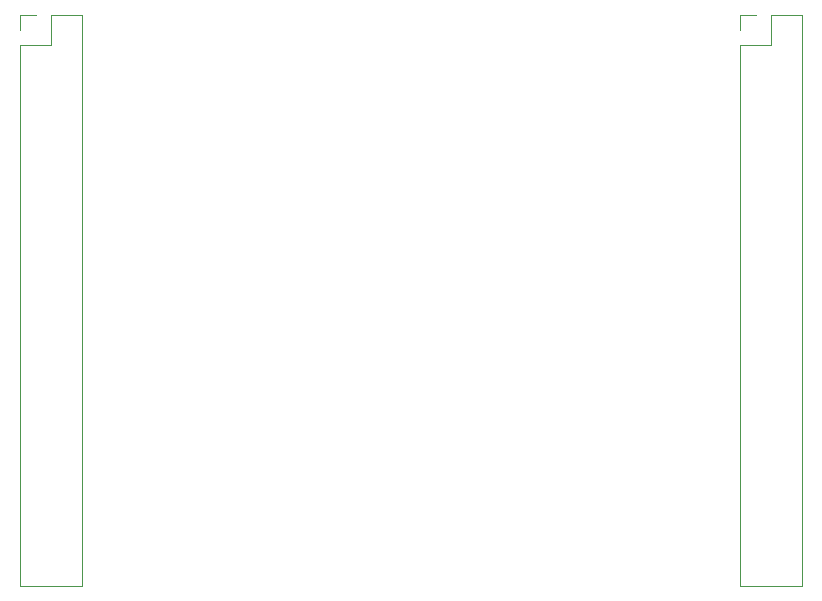
<source format=gbr>
%TF.GenerationSoftware,KiCad,Pcbnew,7.0.9*%
%TF.CreationDate,2024-03-22T11:46:37+01:00*%
%TF.ProjectId,Nucleo_USB_shield,4e75636c-656f-45f5-9553-425f73686965,rev?*%
%TF.SameCoordinates,Original*%
%TF.FileFunction,Legend,Bot*%
%TF.FilePolarity,Positive*%
%FSLAX46Y46*%
G04 Gerber Fmt 4.6, Leading zero omitted, Abs format (unit mm)*
G04 Created by KiCad (PCBNEW 7.0.9) date 2024-03-22 11:46:37*
%MOMM*%
%LPD*%
G01*
G04 APERTURE LIST*
%ADD10C,0.120000*%
G04 APERTURE END LIST*
D10*
%TO.C,J1*%
X107120000Y-103830000D02*
X101920000Y-103830000D01*
X107120000Y-55450000D02*
X107120000Y-103830000D01*
X107120000Y-55450000D02*
X104520000Y-55450000D01*
X104520000Y-58050000D02*
X101920000Y-58050000D01*
X104520000Y-55450000D02*
X104520000Y-58050000D01*
X103250000Y-55450000D02*
X101920000Y-55450000D01*
X101920000Y-58050000D02*
X101920000Y-103830000D01*
X101920000Y-55450000D02*
X101920000Y-56780000D01*
%TO.C,J3*%
X168080000Y-103830000D02*
X162880000Y-103830000D01*
X168080000Y-55450000D02*
X168080000Y-103830000D01*
X168080000Y-55450000D02*
X165480000Y-55450000D01*
X165480000Y-58050000D02*
X162880000Y-58050000D01*
X165480000Y-55450000D02*
X165480000Y-58050000D01*
X164210000Y-55450000D02*
X162880000Y-55450000D01*
X162880000Y-58050000D02*
X162880000Y-103830000D01*
X162880000Y-55450000D02*
X162880000Y-56780000D01*
%TD*%
M02*

</source>
